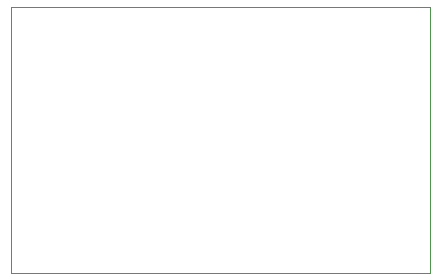
<source format=gbr>
%TF.GenerationSoftware,KiCad,Pcbnew,(6.0.1-0)*%
%TF.CreationDate,2022-01-30T07:56:13+00:00*%
%TF.ProjectId,Generic2,47656e65-7269-4633-922e-6b696361645f,1*%
%TF.SameCoordinates,Original*%
%TF.FileFunction,Profile,NP*%
%FSLAX46Y46*%
G04 Gerber Fmt 4.6, Leading zero omitted, Abs format (unit mm)*
G04 Created by KiCad (PCBNEW (6.0.1-0)) date 2022-01-30 07:56:13*
%MOMM*%
%LPD*%
G01*
G04 APERTURE LIST*
%TA.AperFunction,Profile*%
%ADD10C,0.100000*%
%TD*%
G04 APERTURE END LIST*
D10*
X165500000Y-110000000D02*
X165500000Y-87500000D01*
X130000000Y-110000000D02*
X165500000Y-110000000D01*
X165500000Y-87500000D02*
X130000000Y-87500000D01*
X130000000Y-87500000D02*
X130000000Y-110000000D01*
M02*

</source>
